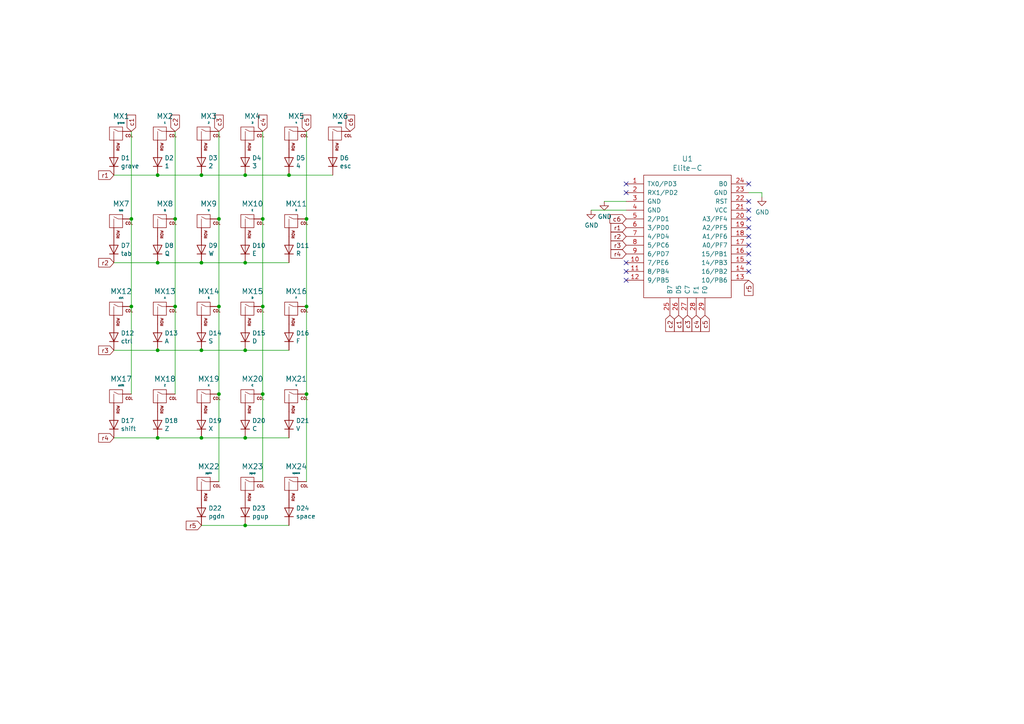
<source format=kicad_sch>
(kicad_sch (version 20211123) (generator eeschema)
  (paper "A4")
  (lib_symbols
    (symbol "Diode:1N4148" (pin_numbers hide) (pin_names (offset 1.016) hide)
      (property "Reference" "D" (at 0 2.54 0))
      (property "Value" "1N4148" (at 0 -2.54 0))
      (symbol "1N4148_0_1"
        (polyline (pts (xy -1.27 1.27) (xy -1.27 -1.27)) (stroke (width 0.2032)))
        (polyline (pts (xy 1.27 0) (xy -1.27 0)))
        (polyline (pts (xy 1.27 1.27) (xy 1.27 -1.27) (xy -1.27 0) (xy 1.27 1.27)) (stroke (width 0.2032)))
      )
      (symbol "1N4148_1_1"
        (pin passive line (at -3.81 0 0) (length 2.54) (name "K") (number "1"))
        (pin passive line (at 3.81 0 180) (length 2.54) (name "A") (number "2"))
      )
    )
    (symbol "MX_Alps_Hybrid:MX-NoLED" (pin_names (offset 1.016))
      (property "Reference" "MX" (at -0.635 3.81 0))
      (property "Value" "MX-NoLED" (at -0.635 1.27 0))
      (symbol "MX-NoLED_0_0"
        (rectangle (start -2.54 2.54) (end 1.27 -1.27))
        (polyline (pts (xy -1.27 -1.27) (xy -1.27 1.27)) (stroke (width 0.127)))
        (polyline (pts (xy 1.27 1.27) (xy 0 1.27) (xy -1.27 1.905)) (stroke (width 0.127)))
        (text "COL" (at 3.175 0 0) (effects (font (size 0.762 0.762))))
        (text "ROW" (at 0 -1.905 900) (effects (font (size 0.762 0.762)) (justify right)))
      )
      (symbol "MX-NoLED_1_1"
        (pin passive line (at 3.81 1.27 180) (length 2.54) (name "COL") (number "1"))
        (pin passive line (at -1.27 -3.81 90) (length 2.54) (name "ROW") (number "2"))
      )
    )
    (symbol "keebio:Elite-C" (pin_names (offset 1.016))
      (property "Reference" "U" (at 0 0 0))
      (property "Value" "Elite-C" (at 0 2.54 0))
      (symbol "Elite-C_0_1"
        (rectangle (start 12.7 -19.05) (end -12.7 16.51))
      )
      (symbol "Elite-C_1_1"
        (pin input line (at -17.78 13.97 0) (length 5.08) (name "TX0/PD3") (number "1"))
        (pin input line (at -17.78 -8.89 0) (length 5.08) (name "7/PE6") (number "10"))
        (pin input line (at -17.78 -11.43 0) (length 5.08) (name "8/PB4") (number "11"))
        (pin input line (at -17.78 -13.97 0) (length 5.08) (name "9/PB5") (number "12"))
        (pin input line (at 17.78 -13.97 180) (length 5.08) (name "10/PB6") (number "13"))
        (pin input line (at 17.78 -11.43 180) (length 5.08) (name "16/PB2") (number "14"))
        (pin input line (at 17.78 -8.89 180) (length 5.08) (name "14/PB3") (number "15"))
        (pin input line (at 17.78 -6.35 180) (length 5.08) (name "15/PB1") (number "16"))
        (pin input line (at 17.78 -3.81 180) (length 5.08) (name "A0/PF7") (number "17"))
        (pin input line (at 17.78 -1.27 180) (length 5.08) (name "A1/PF6") (number "18"))
        (pin input line (at 17.78 1.27 180) (length 5.08) (name "A2/PF5") (number "19"))
        (pin input line (at -17.78 11.43 0) (length 5.08) (name "RX1/PD2") (number "2"))
        (pin input line (at 17.78 3.81 180) (length 5.08) (name "A3/PF4") (number "20"))
        (pin input line (at 17.78 6.35 180) (length 5.08) (name "VCC") (number "21"))
        (pin input line (at 17.78 8.89 180) (length 5.08) (name "RST") (number "22"))
        (pin input line (at 17.78 11.43 180) (length 5.08) (name "GND") (number "23"))
        (pin input line (at 17.78 13.97 180) (length 5.08) (name "B0") (number "24"))
        (pin input line (at -5.08 -24.13 90) (length 5.08) (name "B7") (number "25"))
        (pin input line (at -2.54 -24.13 90) (length 5.08) (name "D5") (number "26"))
        (pin input line (at 0 -24.13 90) (length 5.08) (name "C7") (number "27"))
        (pin input line (at 2.54 -24.13 90) (length 5.08) (name "F1") (number "28"))
        (pin input line (at 5.08 -24.13 90) (length 5.08) (name "F0") (number "29"))
        (pin input line (at -17.78 8.89 0) (length 5.08) (name "GND") (number "3"))
        (pin input line (at -17.78 6.35 0) (length 5.08) (name "GND") (number "4"))
        (pin input line (at -17.78 3.81 0) (length 5.08) (name "2/PD1") (number "5"))
        (pin input line (at -17.78 1.27 0) (length 5.08) (name "3/PD0") (number "6"))
        (pin input line (at -17.78 -1.27 0) (length 5.08) (name "4/PD4") (number "7"))
        (pin input line (at -17.78 -3.81 0) (length 5.08) (name "5/PC6") (number "8"))
        (pin input line (at -17.78 -6.35 0) (length 5.08) (name "6/PD7") (number "9"))
      )
    )
    (symbol "power:GND" (power) (pin_names (offset 0))
      (property "Value" "GND" (at 0 -3.81 0))
      (symbol "GND_0_1"
        (polyline (pts (xy 0 0) (xy 0 -1.27) (xy 1.27 -1.27) (xy 0 -2.54) (xy -1.27 -1.27) (xy 0 -1.27)))
      )
      (symbol "GND_1_1"
        (pin power_in line (at 0 0 270) (length 0) hide (name "GND") (number "1"))
      )
    )
  )
  (junction (at 58.42 127))
  (junction (at 38.1 63.5))
  (junction (at 58.42 101.6))
  (junction (at 38.1 88.9))
  (junction (at 63.5 63.5))
  (junction (at 71.12 152.4))
  (junction (at 50.8 88.9))
  (junction (at 88.9 88.9))
  (junction (at 83.82 50.8))
  (junction (at 76.2 88.9))
  (junction (at 71.12 76.2))
  (junction (at 50.8 63.5))
  (junction (at 71.12 127))
  (junction (at 71.12 101.6))
  (junction (at 63.5 114.3))
  (junction (at 88.9 114.3))
  (junction (at 58.42 76.2))
  (junction (at 58.42 50.8))
  (junction (at 76.2 63.5))
  (junction (at 76.2 114.3))
  (junction (at 45.72 76.2))
  (junction (at 45.72 127))
  (junction (at 45.72 50.8))
  (junction (at 88.9 63.5))
  (junction (at 71.12 50.8))
  (junction (at 63.5 88.9))
  (junction (at 45.72 101.6))
  (no_connect (at 217.17 58.42))
  (no_connect (at 217.17 71.12))
  (no_connect (at 181.61 76.2))
  (no_connect (at 181.61 53.34))
  (no_connect (at 217.17 53.34))
  (no_connect (at 217.17 63.5))
  (no_connect (at 217.17 76.2))
  (no_connect (at 217.17 66.04))
  (no_connect (at 181.61 78.74))
  (no_connect (at 181.61 55.88))
  (no_connect (at 181.61 81.28))
  (no_connect (at 217.17 78.74))
  (no_connect (at 217.17 68.58))
  (no_connect (at 217.17 60.96))
  (no_connect (at 217.17 73.66))
  (wire (pts (xy 58.42 101.6) (xy 71.12 101.6)))
  (wire (pts (xy 76.2 38.1) (xy 76.2 63.5)))
  (wire (pts (xy 76.2 88.9) (xy 76.2 114.3)))
  (wire (pts (xy 88.9 88.9) (xy 88.9 114.3)))
  (wire (pts (xy 181.61 60.96) (xy 171.45 60.96)))
  (wire (pts (xy 76.2 63.5) (xy 76.2 88.9)))
  (wire (pts (xy 33.02 127) (xy 45.72 127)))
  (wire (pts (xy 88.9 63.5) (xy 88.9 88.9)))
  (wire (pts (xy 71.12 152.4) (xy 83.82 152.4)))
  (wire (pts (xy 76.2 114.3) (xy 76.2 139.7)))
  (wire (pts (xy 50.8 63.5) (xy 50.8 88.9)))
  (wire (pts (xy 63.5 114.3) (xy 63.5 139.7)))
  (wire (pts (xy 58.42 127) (xy 71.12 127)))
  (wire (pts (xy 33.02 76.2) (xy 45.72 76.2)))
  (wire (pts (xy 63.5 88.9) (xy 63.5 114.3)))
  (wire (pts (xy 50.8 38.1) (xy 50.8 63.5)))
  (wire (pts (xy 71.12 76.2) (xy 83.82 76.2)))
  (wire (pts (xy 33.02 101.6) (xy 45.72 101.6)))
  (wire (pts (xy 58.42 50.8) (xy 71.12 50.8)))
  (wire (pts (xy 88.9 38.1) (xy 88.9 63.5)))
  (wire (pts (xy 50.8 88.9) (xy 50.8 114.3)))
  (wire (pts (xy 58.42 76.2) (xy 71.12 76.2)))
  (wire (pts (xy 71.12 50.8) (xy 83.82 50.8)))
  (wire (pts (xy 45.72 50.8) (xy 58.42 50.8)))
  (wire (pts (xy 63.5 63.5) (xy 63.5 88.9)))
  (wire (pts (xy 88.9 114.3) (xy 88.9 139.7)))
  (wire (pts (xy 63.5 38.1) (xy 63.5 63.5)))
  (wire (pts (xy 58.42 152.4) (xy 71.12 152.4)))
  (wire (pts (xy 71.12 101.6) (xy 83.82 101.6)))
  (wire (pts (xy 33.02 50.8) (xy 45.72 50.8)))
  (wire (pts (xy 38.1 63.5) (xy 38.1 88.9)))
  (wire (pts (xy 217.17 55.88) (xy 220.98 55.88)))
  (wire (pts (xy 71.12 127) (xy 83.82 127)))
  (wire (pts (xy 220.98 55.88) (xy 220.98 57.15)))
  (wire (pts (xy 38.1 88.9) (xy 38.1 114.3)))
  (wire (pts (xy 45.72 127) (xy 58.42 127)))
  (wire (pts (xy 38.1 38.1) (xy 38.1 63.5)))
  (wire (pts (xy 45.72 101.6) (xy 58.42 101.6)))
  (wire (pts (xy 45.72 76.2) (xy 58.42 76.2)))
  (wire (pts (xy 83.82 50.8) (xy 96.52 50.8)))
  (wire (pts (xy 175.26 58.42) (xy 181.61 58.42)))
  (global_label "c1" (shape input) (at 196.85 91.44 270) (property "Intersheet References" "${INTERSHEET_REFS}" (effects hide)))
  (global_label "c6" (shape input) (at 101.6 38.1 90) (property "Intersheet References" "${INTERSHEET_REFS}" (effects hide)))
  (global_label "r5" (shape input) (at 217.17 81.28 270) (property "Intersheet References" "${INTERSHEET_REFS}" (effects hide)))
  (global_label "c4" (shape input) (at 201.93 91.44 270) (property "Intersheet References" "${INTERSHEET_REFS}" (effects hide)))
  (global_label "c6" (shape input) (at 181.61 63.5 180) (property "Intersheet References" "${INTERSHEET_REFS}" (effects hide)))
  (global_label "c3" (shape input) (at 63.5 38.1 90) (property "Intersheet References" "${INTERSHEET_REFS}" (effects hide)))
  (global_label "r1" (shape input) (at 33.02 50.8 180) (property "Intersheet References" "${INTERSHEET_REFS}" (effects hide)))
  (global_label "c5" (shape input) (at 204.47 91.44 270) (property "Intersheet References" "${INTERSHEET_REFS}" (effects hide)))
  (global_label "r4" (shape input) (at 181.61 73.66 180) (property "Intersheet References" "${INTERSHEET_REFS}" (effects hide)))
  (global_label "r2" (shape input) (at 181.61 68.58 180) (property "Intersheet References" "${INTERSHEET_REFS}" (effects hide)))
  (global_label "r2" (shape input) (at 33.02 76.2 180) (property "Intersheet References" "${INTERSHEET_REFS}" (effects hide)))
  (global_label "c1" (shape input) (at 38.1 38.1 90) (property "Intersheet References" "${INTERSHEET_REFS}" (effects hide)))
  (global_label "c3" (shape input) (at 199.39 91.44 270) (property "Intersheet References" "${INTERSHEET_REFS}" (effects hide)))
  (global_label "c4" (shape input) (at 76.2 38.1 90) (property "Intersheet References" "${INTERSHEET_REFS}" (effects hide)))
  (global_label "r3" (shape input) (at 181.61 71.12 180) (property "Intersheet References" "${INTERSHEET_REFS}" (effects hide)))
  (global_label "c5" (shape input) (at 88.9 38.1 90) (property "Intersheet References" "${INTERSHEET_REFS}" (effects hide)))
  (global_label "r4" (shape input) (at 33.02 127 180) (property "Intersheet References" "${INTERSHEET_REFS}" (effects hide)))
  (global_label "c2" (shape input) (at 50.8 38.1 90) (property "Intersheet References" "${INTERSHEET_REFS}" (effects hide)))
  (global_label "r1" (shape input) (at 181.61 66.04 180) (property "Intersheet References" "${INTERSHEET_REFS}" (effects hide)))
  (global_label "r3" (shape input) (at 33.02 101.6 180) (property "Intersheet References" "${INTERSHEET_REFS}" (effects hide)))
  (global_label "c2" (shape input) (at 194.31 91.44 270) (property "Intersheet References" "${INTERSHEET_REFS}" (effects hide)))
  (global_label "r5" (shape input) (at 58.42 152.4 180) (property "Intersheet References" "${INTERSHEET_REFS}" (effects hide)))
  (symbol (lib_id "keebio:Elite-C") (at 199.39 67.31 0) (unit 1)
    (property "Reference" "U1" (at 199.39 46.0502 0) (effects (font (size 1.524 1.524))))
    (property "Value" "Elite-C" (at 199.39 48.7426 0) (effects (font (size 1.524 1.524))))
    (property "Footprint" "footprints:Elite-C-castellated-29pin-holes" (effects hide))
  )
  (symbol (lib_id "MX_Alps_Hybrid:MX-NoLED") (at 34.29 39.37 0) (unit 1)
    (property "Reference" "MX1" (at 35.1282 33.7058 0) (effects (font (size 1.524 1.524))))
    (property "Value" "grave" (at 35.1282 35.5854 0) (effects (font (size 0.508 0.508))))
    (property "Footprint" "footprints:MXOnly-1U-NoLED" (effects hide))
  )
  (symbol (lib_id "Diode:1N4148") (at 33.02 46.99 90) (unit 1)
    (property "Reference" "D1" (at 35.0266 45.8216 90) (effects (justify right)))
    (property "Value" "grave" (at 35.0266 48.133 90) (effects (justify right)))
    (property "Footprint" "footprints:D_axial" (effects hide))
  )
  (symbol (lib_id "MX_Alps_Hybrid:MX-NoLED") (at 46.99 39.37 0) (unit 1)
    (property "Reference" "MX2" (at 47.8282 33.7058 0) (effects (font (size 1.524 1.524))))
    (property "Value" "1" (at 47.8282 35.5854 0) (effects (font (size 0.508 0.508))))
    (property "Footprint" "footprints:MXOnly-1U-NoLED" (effects hide))
  )
  (symbol (lib_id "Diode:1N4148") (at 45.72 46.99 90) (unit 1)
    (property "Reference" "D2" (at 47.7266 45.8216 90) (effects (justify right)))
    (property "Value" "1" (at 47.7266 48.133 90) (effects (justify right)))
    (property "Footprint" "footprints:D_axial" (effects hide))
  )
  (symbol (lib_id "MX_Alps_Hybrid:MX-NoLED") (at 59.69 39.37 0) (unit 1)
    (property "Reference" "MX3" (at 60.5282 33.7058 0) (effects (font (size 1.524 1.524))))
    (property "Value" "2" (at 60.5282 35.5854 0) (effects (font (size 0.508 0.508))))
    (property "Footprint" "footprints:MXOnly-1U-NoLED" (effects hide))
  )
  (symbol (lib_id "Diode:1N4148") (at 58.42 46.99 90) (unit 1)
    (property "Reference" "D3" (at 60.4266 45.8216 90) (effects (justify right)))
    (property "Value" "2" (at 60.4266 48.133 90) (effects (justify right)))
    (property "Footprint" "footprints:D_axial" (effects hide))
  )
  (symbol (lib_id "MX_Alps_Hybrid:MX-NoLED") (at 72.39 39.37 0) (unit 1)
    (property "Reference" "MX4" (at 73.2282 33.7058 0) (effects (font (size 1.524 1.524))))
    (property "Value" "3" (at 73.2282 35.5854 0) (effects (font (size 0.508 0.508))))
    (property "Footprint" "footprints:MXOnly-1U-NoLED" (effects hide))
  )
  (symbol (lib_id "Diode:1N4148") (at 71.12 46.99 90) (unit 1)
    (property "Reference" "D4" (at 73.1266 45.8216 90) (effects (justify right)))
    (property "Value" "3" (at 73.1266 48.133 90) (effects (justify right)))
    (property "Footprint" "footprints:D_axial" (effects hide))
  )
  (symbol (lib_id "MX_Alps_Hybrid:MX-NoLED") (at 85.09 39.37 0) (unit 1)
    (property "Reference" "MX5" (at 85.9282 33.7058 0) (effects (font (size 1.524 1.524))))
    (property "Value" "4" (at 85.9282 35.5854 0) (effects (font (size 0.508 0.508))))
    (property "Footprint" "footprints:MXOnly-1U-NoLED" (effects hide))
  )
  (symbol (lib_id "Diode:1N4148") (at 83.82 46.99 90) (unit 1)
    (property "Reference" "D5" (at 85.8266 45.8216 90) (effects (justify right)))
    (property "Value" "4" (at 85.8266 48.133 90) (effects (justify right)))
    (property "Footprint" "footprints:D_axial" (effects hide))
  )
  (symbol (lib_id "MX_Alps_Hybrid:MX-NoLED") (at 34.29 64.77 0) (unit 1)
    (property "Reference" "MX7" (at 35.1282 59.1058 0) (effects (font (size 1.524 1.524))))
    (property "Value" "tab" (at 35.1282 60.9854 0) (effects (font (size 0.508 0.508))))
    (property "Footprint" "footprints:MXOnly-1.5U-NoLED" (effects hide))
  )
  (symbol (lib_id "Diode:1N4148") (at 33.02 72.39 90) (unit 1)
    (property "Reference" "D7" (at 35.0266 71.2216 90) (effects (justify right)))
    (property "Value" "tab" (at 35.0266 73.533 90) (effects (justify right)))
    (property "Footprint" "footprints:D_axial" (effects hide))
  )
  (symbol (lib_id "MX_Alps_Hybrid:MX-NoLED") (at 46.99 64.77 0) (unit 1)
    (property "Reference" "MX8" (at 47.8282 59.1058 0) (effects (font (size 1.524 1.524))))
    (property "Value" "Q" (at 47.8282 60.9854 0) (effects (font (size 0.508 0.508))))
    (property "Footprint" "footprints:MXOnly-1U-NoLED" (effects hide))
  )
  (symbol (lib_id "Diode:1N4148") (at 45.72 72.39 90) (unit 1)
    (property "Reference" "D8" (at 47.7266 71.2216 90) (effects (justify right)))
    (property "Value" "Q" (at 47.7266 73.533 90) (effects (justify right)))
    (property "Footprint" "footprints:D_axial" (effects hide))
  )
  (symbol (lib_id "MX_Alps_Hybrid:MX-NoLED") (at 59.69 64.77 0) (unit 1)
    (property "Reference" "MX9" (at 60.5282 59.1058 0) (effects (font (size 1.524 1.524))))
    (property "Value" "W" (at 60.5282 60.9854 0) (effects (font (size 0.508 0.508))))
    (property "Footprint" "footprints:MXOnly-1U-NoLED" (effects hide))
  )
  (symbol (lib_id "Diode:1N4148") (at 58.42 72.39 90) (unit 1)
    (property "Reference" "D9" (at 60.4266 71.2216 90) (effects (justify right)))
    (property "Value" "W" (at 60.4266 73.533 90) (effects (justify right)))
    (property "Footprint" "footprints:D_axial" (effects hide))
  )
  (symbol (lib_id "MX_Alps_Hybrid:MX-NoLED") (at 72.39 64.77 0) (unit 1)
    (property "Reference" "MX10" (at 73.2282 59.1058 0) (effects (font (size 1.524 1.524))))
    (property "Value" "E" (at 73.2282 60.9854 0) (effects (font (size 0.508 0.508))))
    (property "Footprint" "footprints:MXOnly-1U-NoLED" (effects hide))
  )
  (symbol (lib_id "Diode:1N4148") (at 71.12 72.39 90) (unit 1)
    (property "Reference" "D10" (at 73.1266 71.2216 90) (effects (justify right)))
    (property "Value" "E" (at 73.1266 73.533 90) (effects (justify right)))
    (property "Footprint" "footprints:D_axial" (effects hide))
  )
  (symbol (lib_id "MX_Alps_Hybrid:MX-NoLED") (at 85.09 64.77 0) (unit 1)
    (property "Reference" "MX11" (at 85.9282 59.1058 0) (effects (font (size 1.524 1.524))))
    (property "Value" "R" (at 85.9282 60.9854 0) (effects (font (size 0.508 0.508))))
    (property "Footprint" "footprints:MXOnly-1U-NoLED" (effects hide))
  )
  (symbol (lib_id "Diode:1N4148") (at 83.82 72.39 90) (unit 1)
    (property "Reference" "D11" (at 85.8266 71.2216 90) (effects (justify right)))
    (property "Value" "R" (at 85.8266 73.533 90) (effects (justify right)))
    (property "Footprint" "footprints:D_axial" (effects hide))
  )
  (symbol (lib_id "MX_Alps_Hybrid:MX-NoLED") (at 34.29 90.17 0) (unit 1)
    (property "Reference" "MX12" (at 35.1282 84.5058 0) (effects (font (size 1.524 1.524))))
    (property "Value" "ctrl" (at 35.1282 86.3854 0) (effects (font (size 0.508 0.508))))
    (property "Footprint" "footprints:MXOnly-1.75U-NoLED" (effects hide))
  )
  (symbol (lib_id "Diode:1N4148") (at 33.02 97.79 90) (unit 1)
    (property "Reference" "D12" (at 35.0266 96.6216 90) (effects (justify right)))
    (property "Value" "ctrl" (at 35.0266 98.933 90) (effects (justify right)))
    (property "Footprint" "footprints:D_axial" (effects hide))
  )
  (symbol (lib_id "MX_Alps_Hybrid:MX-NoLED") (at 46.99 90.17 0) (unit 1)
    (property "Reference" "MX13" (at 47.8282 84.5058 0) (effects (font (size 1.524 1.524))))
    (property "Value" "A" (at 47.8282 86.3854 0) (effects (font (size 0.508 0.508))))
    (property "Footprint" "footprints:MXOnly-1U-NoLED" (effects hide))
  )
  (symbol (lib_id "Diode:1N4148") (at 45.72 97.79 90) (unit 1)
    (property "Reference" "D13" (at 47.7266 96.6216 90) (effects (justify right)))
    (property "Value" "A" (at 47.7266 98.933 90) (effects (justify right)))
    (property "Footprint" "footprints:D_axial" (effects hide))
  )
  (symbol (lib_id "MX_Alps_Hybrid:MX-NoLED") (at 59.69 90.17 0) (unit 1)
    (property "Reference" "MX14" (at 60.5282 84.5058 0) (effects (font (size 1.524 1.524))))
    (property "Value" "S" (at 60.5282 86.3854 0) (effects (font (size 0.508 0.508))))
    (property "Footprint" "footprints:MXOnly-1U-NoLED" (effects hide))
  )
  (symbol (lib_id "Diode:1N4148") (at 58.42 97.79 90) (unit 1)
    (property "Reference" "D14" (at 60.4266 96.6216 90) (effects (justify right)))
    (property "Value" "S" (at 60.4266 98.933 90) (effects (justify right)))
    (property "Footprint" "footprints:D_axial" (effects hide))
  )
  (symbol (lib_id "MX_Alps_Hybrid:MX-NoLED") (at 72.39 90.17 0) (unit 1)
    (property "Reference" "MX15" (at 73.2282 84.5058 0) (effects (font (size 1.524 1.524))))
    (property "Value" "D" (at 73.2282 86.3854 0) (effects (font (size 0.508 0.508))))
    (property "Footprint" "footprints:MXOnly-1U-NoLED" (effects hide))
  )
  (symbol (lib_id "Diode:1N4148") (at 71.12 97.79 90) (unit 1)
    (property "Reference" "D15" (at 73.1266 96.6216 90) (effects (justify right)))
    (property "Value" "D" (at 73.1266 98.933 90) (effects (justify right)))
    (property "Footprint" "footprints:D_axial" (effects hide))
  )
  (symbol (lib_id "MX_Alps_Hybrid:MX-NoLED") (at 85.09 90.17 0) (unit 1)
    (property "Reference" "MX16" (at 85.9282 84.5058 0) (effects (font (size 1.524 1.524))))
    (property "Value" "F" (at 85.9282 86.3854 0) (effects (font (size 0.508 0.508))))
    (property "Footprint" "footprints:MXOnly-1U-NoLED" (effects hide))
  )
  (symbol (lib_id "Diode:1N4148") (at 83.82 97.79 90) (unit 1)
    (property "Reference" "D16" (at 85.8266 96.6216 90) (effects (justify right)))
    (property "Value" "F" (at 85.8266 98.933 90) (effects (justify right)))
    (property "Footprint" "footprints:D_axial" (effects hide))
  )
  (symbol (lib_id "MX_Alps_Hybrid:MX-NoLED") (at 34.29 115.57 0) (unit 1)
    (property "Reference" "MX17" (at 35.1282 109.9058 0) (effects (font (size 1.524 1.524))))
    (property "Value" "shift" (at 35.1282 111.7854 0) (effects (font (size 0.508 0.508))))
    (property "Footprint" "footprints:MXOnly-1.75U-NoLED" (effects hide))
  )
  (symbol (lib_id "Diode:1N4148") (at 33.02 123.19 90) (unit 1)
    (property "Reference" "D17" (at 35.0266 122.0216 90) (effects (justify right)))
    (property "Value" "shift" (at 35.0266 124.333 90) (effects (justify right)))
    (property "Footprint" "footprints:D_axial" (effects hide))
  )
  (symbol (lib_id "MX_Alps_Hybrid:MX-NoLED") (at 46.99 115.57 0) (unit 1)
    (property "Reference" "MX18" (at 47.8282 109.9058 0) (effects (font (size 1.524 1.524))))
    (property "Value" "Z" (at 47.8282 111.7854 0) (effects (font (size 0.508 0.508))))
    (property "Footprint" "footprints:MXOnly-1U-NoLED" (effects hide))
  )
  (symbol (lib_id "Diode:1N4148") (at 45.72 123.19 90) (unit 1)
    (property "Reference" "D18" (at 47.7266 122.0216 90) (effects (justify right)))
    (property "Value" "Z" (at 47.7266 124.333 90) (effects (justify right)))
    (property "Footprint" "footprints:D_axial" (effects hide))
  )
  (symbol (lib_id "MX_Alps_Hybrid:MX-NoLED") (at 59.69 115.57 0) (unit 1)
    (property "Reference" "MX19" (at 60.5282 109.9058 0) (effects (font (size 1.524 1.524))))
    (property "Value" "X" (at 60.5282 111.7854 0) (effects (font (size 0.508 0.508))))
    (property "Footprint" "footprints:MXOnly-1U-NoLED" (effects hide))
  )
  (symbol (lib_id "Diode:1N4148") (at 58.42 123.19 90) (unit 1)
    (property "Reference" "D19" (at 60.4266 122.0216 90) (effects (justify right)))
    (property "Value" "X" (at 60.4266 124.333 90) (effects (justify right)))
    (property "Footprint" "footprints:D_axial" (effects hide))
  )
  (symbol (lib_id "MX_Alps_Hybrid:MX-NoLED") (at 72.39 115.57 0) (unit 1)
    (property "Reference" "MX20" (at 73.2282 109.9058 0) (effects (font (size 1.524 1.524))))
    (property "Value" "C" (at 73.2282 111.7854 0) (effects (font (size 0.508 0.508))))
    (property "Footprint" "footprints:MXOnly-1U-NoLED" (effects hide))
  )
  (symbol (lib_id "Diode:1N4148") (at 71.12 123.19 90) (unit 1)
    (property "Reference" "D20" (at 73.1266 122.0216 90) (effects (justify right)))
    (property "Value" "C" (at 73.1266 124.333 90) (effects (justify right)))
    (property "Footprint" "footprints:D_axial" (effects hide))
  )
  (symbol (lib_id "MX_Alps_Hybrid:MX-NoLED") (at 85.09 115.57 0) (unit 1)
    (property "Reference" "MX21" (at 85.9282 109.9058 0) (effects (font (size 1.524 1.524))))
    (property "Value" "V" (at 85.9282 111.7854 0) (effects (font (size 0.508 0.508))))
    (property "Footprint" "footprints:MXOnly-1U-NoLED" (effects hide))
  )
  (symbol (lib_id "Diode:1N4148") (at 83.82 123.19 90) (unit 1)
    (property "Reference" "D21" (at 85.8266 122.0216 90) (effects (justify right)))
    (property "Value" "V" (at 85.8266 124.333 90) (effects (justify right)))
    (property "Footprint" "footprints:D_axial" (effects hide))
  )
  (symbol (lib_id "MX_Alps_Hybrid:MX-NoLED") (at 97.79 39.37 0) (unit 1)
    (property "Reference" "MX6" (at 98.6282 33.7058 0) (effects (font (size 1.524 1.524))))
    (property "Value" "esc" (at 98.6282 35.5854 0) (effects (font (size 0.508 0.508))))
    (property "Footprint" "footprints:MXOnly-1U-NoLED" (effects hide))
  )
  (symbol (lib_id "Diode:1N4148") (at 96.52 46.99 90) (unit 1)
    (property "Reference" "D6" (at 98.5266 45.8216 90) (effects (justify right)))
    (property "Value" "esc" (at 98.5266 48.133 90) (effects (justify right)))
    (property "Footprint" "footprints:D_axial" (effects hide))
  )
  (symbol (lib_id "MX_Alps_Hybrid:MX-NoLED") (at 85.09 140.97 0) (unit 1)
    (property "Reference" "MX24" (at 85.9282 135.3058 0) (effects (font (size 1.524 1.524))))
    (property "Value" "space" (at 85.9282 137.1854 0) (effects (font (size 0.508 0.508))))
    (property "Footprint" "footprints:MXOnly-2U-NoLED" (effects hide))
  )
  (symbol (lib_id "Diode:1N4148") (at 83.82 148.59 90) (unit 1)
    (property "Reference" "D24" (at 85.8266 147.4216 90) (effects (justify right)))
    (property "Value" "space" (at 85.8266 149.733 90) (effects (justify right)))
    (property "Footprint" "footprints:D_axial" (effects hide))
  )
  (symbol (lib_id "MX_Alps_Hybrid:MX-NoLED") (at 72.39 140.97 0) (unit 1)
    (property "Reference" "MX23" (at 73.2282 135.3058 0) (effects (font (size 1.524 1.524))))
    (property "Value" "pgup" (at 73.2282 137.1854 0) (effects (font (size 0.508 0.508))))
    (property "Footprint" "footprints:MXOnly-1U-NoLED" (effects hide))
  )
  (symbol (lib_id "Diode:1N4148") (at 71.12 148.59 90) (unit 1)
    (property "Reference" "D23" (at 73.1266 147.4216 90) (effects (justify right)))
    (property "Value" "pgup" (at 73.1266 149.733 90) (effects (justify right)))
    (property "Footprint" "footprints:D_axial" (effects hide))
  )
  (symbol (lib_id "MX_Alps_Hybrid:MX-NoLED") (at 59.69 140.97 0) (unit 1)
    (property "Reference" "MX22" (at 60.5282 135.3058 0) (effects (font (size 1.524 1.524))))
    (property "Value" "pgdn" (at 60.5282 137.1854 0) (effects (font (size 0.508 0.508))))
    (property "Footprint" "footprints:MXOnly-1U-NoLED" (effects hide))
  )
  (symbol (lib_id "Diode:1N4148") (at 58.42 148.59 90) (unit 1)
    (property "Reference" "D22" (at 60.4266 147.4216 90) (effects (justify right)))
    (property "Value" "pgdn" (at 60.4266 149.733 90) (effects (justify right)))
    (property "Footprint" "footprints:D_axial" (effects hide))
  )
  (symbol (lib_id "power:GND") (at 220.98 57.15 0) (unit 1)
    (property "Reference" "#PWR0101" (effects hide))
    (property "Value" "GND" (at 221.107 61.5442 0))
  )
  (symbol (lib_id "power:GND") (at 175.26 58.42 0) (unit 1)
    (property "Reference" "#PWR0102" (effects hide))
    (property "Value" "GND" (at 175.387 62.8142 0))
  )
  (symbol (lib_id "power:GND") (at 171.45 60.96 0) (unit 1)
    (property "Reference" "#PWR0103" (effects hide))
    (property "Value" "GND" (at 171.577 65.3542 0))
  )
)
</source>
